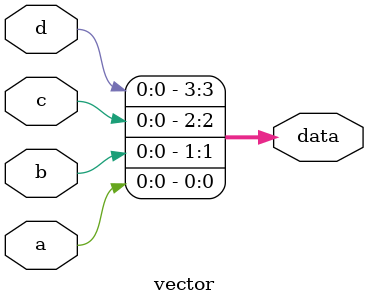
<source format=sv>
module vector(
input a, b, c, d,
output [3:0] data
);

assign data[0] = a;
assign data[1] = b;
assign data[2] = c;
assign data[3] = d;
endmodule
</source>
